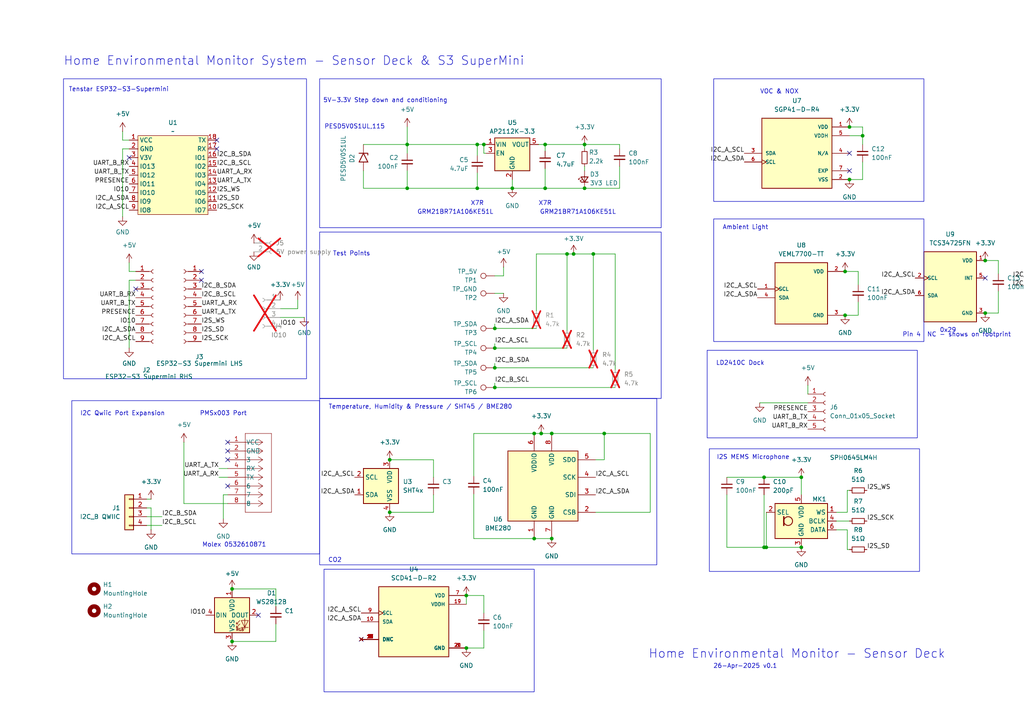
<source format=kicad_sch>
(kicad_sch (version 20250114) (generator "eeschema") (generator_version "9.0")
  (paper "A4")
  (rectangle (start 205.74 130.175) (end 266.7 165.735))
  (rectangle (start 92.71 22.86) (end 191.77 66.04))
  (rectangle (start 207.01 22.86) (end 267.97 58.42))
  (rectangle (start 92.71 115.57) (end 190.5 163.83))
  (rectangle (start 20.828 116.205) (end 92.71 160.655))
  (rectangle (start 18.415 22.86) (end 88.9 109.855))
  (rectangle (start 207.01 63.5) (end 267.97 99.06))
  (rectangle (start 93.98 165.1) (end 154.94 200.66))
  (rectangle (start 92.71 67.31) (end 191.77 115.57))
  (rectangle (start 205.105 101.6) (end 266.065 127))
  (text "Home Environmental Monitor System - Sensor Deck & S3 SuperMini" (at 18.415 17.78 0) (effects (font (size 2.54 2.54)) (justify left)))
  (text "LD2410C Dock" (at 207.645 105.41 0) (effects (font (size 1.27 1.27)) (justify left)))
  (text "Pin 4  NC - shows on footprint" (at 277.495 97.155 0) (effects (font (size 1.27 1.27))))
  (text "5V-3.3V Step down and conditioning" (at 111.76 29.21 0) (effects (font (size 1.27 1.27))))
  (text "PMSx003 Port" (at 64.77 120.015 0) (effects (font (size 1.27 1.27))))
  (text "Tenstar ESP32-S3-Supermini " (at 34.925 26.035 0) (effects (font (size 1.27 1.27))))
  (text "VOC & NOX" (at 226.06 26.67 0) (effects (font (size 1.27 1.27))))
  (text "Test Points" (at 96.52 73.66 0) (effects (font (size 1.27 1.27)) (justify left)))
  (text "GRM21BR71A106KE51L\n" (at 132.08 61.595 0) (effects (font (size 1.27 1.27))))
  (text "PESD5V0S1UL,115\n" (at 102.87 36.83 0) (effects (font (size 1.27 1.27))))
  (text "Ambient Light" (at 209.55 66.04 0) (effects (font (size 1.27 1.27)) (justify left)))
  (text "26-Apr-2025 v0.1" (at 216.154 193.294 0) (effects (font (size 1.27 1.27))))
  (text "I2C Qwiic Port Expansion" (at 35.56 120.015 0) (effects (font (size 1.27 1.27))))
  (text "X7R\n" (at 158.115 59.055 0) (effects (font (size 1.27 1.27))))
  (text "0x29" (at 274.955 95.885 0) (effects (font (size 1.27 1.27))))
  (text "Home Environmental Monitor - Sensor Deck" (at 231.14 189.738 0) (effects (font (size 2.54 2.54))))
  (text "Molex 0532610871" (at 67.945 158.115 0) (effects (font (size 1.27 1.27))))
  (text "CO2" (at 97.155 162.56 0) (effects (font (size 1.27 1.27))))
  (text "X7R\n" (at 138.43 59.055 0) (effects (font (size 1.27 1.27))))
  (text "I2S MEMS Microphone" (at 218.44 132.715 0) (effects (font (size 1.27 1.27))))
  (text "Temperature, Humidity & Pressure / SHT45 / BME280" (at 95.25 118.11 0) (effects (font (size 1.27 1.27)) (justify left)))
  (text "GRM21BR71A106KE51L\n" (at 167.64 61.595 0) (effects (font (size 1.27 1.27))))
  (junction (at 143.51 95.25))
  (junction (at 221.615 138.43))
  (junction (at 143.51 112.395))
  (junction (at 148.59 54.61))
  (junction (at 221.615 158.75))
  (junction (at 245.11 78.74))
  (junction (at 169.545 41.91))
  (junction (at 154.94 156.21))
  (junction (at 175.26 125.73))
  (junction (at 246.38 36.83))
  (junction (at 169.545 54.61))
  (junction (at 143.51 100.965))
  (junction (at 160.02 125.73))
  (junction (at 138.43 41.91))
  (junction (at 285.75 75.565))
  (junction (at 245.11 91.44))
  (junction (at 67.31 170.815))
  (junction (at 143.51 106.68))
  (junction (at 113.03 133.35))
  (junction (at 135.255 172.72))
  (junction (at 166.37 73.66))
  (junction (at 172.085 73.66))
  (junction (at 118.11 41.91))
  (junction (at 154.94 125.73))
  (junction (at 140.335 41.91))
  (junction (at 138.43 54.61))
  (junction (at 158.115 41.91))
  (junction (at 67.31 186.055))
  (junction (at 158.115 54.61))
  (junction (at 156.972 125.73))
  (junction (at 118.11 54.61))
  (junction (at 113.03 148.59))
  (junction (at 250.19 39.37))
  (junction (at 135.255 187.96))
  (junction (at 232.41 138.43))
  (junction (at 164.465 73.66))
  (junction (at 232.41 158.75))
  (junction (at 160.02 156.21))
  (junction (at 246.38 52.07))
  (junction (at 222.25 158.75))
  (junction (at 285.75 90.805))
  (no_connect (at 37.465 45.72))
  (no_connect (at 39.37 83.82))
  (no_connect (at 62.865 40.64))
  (no_connect (at 66.04 130.81))
  (no_connect (at 62.865 43.18))
  (no_connect (at 285.75 80.645))
  (no_connect (at 246.38 44.45))
  (no_connect (at 74.93 178.435))
  (no_connect (at 246.38 49.53))
  (no_connect (at 58.42 81.28))
  (no_connect (at 58.42 78.74))
  (no_connect (at 66.04 133.35))
  (no_connect (at 66.04 128.27))
  (no_connect (at 66.04 140.97))
  (no_connect (at 104.775 185.42))
  (wire (pts (xy 140.335 41.91) (xy 140.97 41.91)))
  (wire (pts (xy 158.115 41.91) (xy 158.115 43.815)))
  (wire (pts (xy 53.34 146.05) (xy 66.04 146.05)))
  (wire (pts (xy 289.56 90.805) (xy 285.75 90.805)))
  (wire (pts (xy 188.595 125.73) (xy 188.595 148.59)))
  (wire (pts (xy 169.545 41.91) (xy 169.545 43.18)))
  (wire (pts (xy 42.545 152.4) (xy 46.99 152.4)))
  (wire (pts (xy 221.615 143.51) (xy 221.615 158.75)))
  (wire (pts (xy 140.335 187.96) (xy 135.255 187.96)))
  (wire (pts (xy 138.43 50.165) (xy 138.43 54.61)))
  (wire (pts (xy 175.26 125.73) (xy 188.595 125.73)))
  (wire (pts (xy 248.92 91.44) (xy 245.11 91.44)))
  (wire (pts (xy 118.11 41.91) (xy 138.43 41.91)))
  (wire (pts (xy 135.255 172.466) (xy 135.255 172.72)))
  (wire (pts (xy 178.435 73.66) (xy 172.085 73.66)))
  (wire (pts (xy 143.51 105.41) (xy 143.51 106.68)))
  (wire (pts (xy 242.57 148.59) (xy 245.745 148.59)))
  (wire (pts (xy 164.465 73.66) (xy 166.37 73.66)))
  (wire (pts (xy 37.465 78.74) (xy 39.37 78.74)))
  (wire (pts (xy 140.335 182.88) (xy 140.335 187.96)))
  (wire (pts (xy 42.545 149.86) (xy 46.99 149.86)))
  (wire (pts (xy 242.57 153.67) (xy 245.745 153.67)))
  (wire (pts (xy 137.414 156.21) (xy 154.94 156.21)))
  (wire (pts (xy 35.56 38.1) (xy 35.56 40.64)))
  (wire (pts (xy 143.51 99.695) (xy 143.51 100.965)))
  (wire (pts (xy 221.615 138.43) (xy 232.41 138.43)))
  (wire (pts (xy 64.77 143.51) (xy 64.77 150.495)))
  (wire (pts (xy 43.815 147.32) (xy 43.815 153.67)))
  (wire (pts (xy 140.97 44.45) (xy 140.335 44.45)))
  (wire (pts (xy 138.43 54.61) (xy 148.59 54.61)))
  (wire (pts (xy 53.34 128.27) (xy 53.34 146.05)))
  (wire (pts (xy 146.05 80.01) (xy 146.05 77.47)))
  (wire (pts (xy 118.11 49.53) (xy 118.11 54.61)))
  (wire (pts (xy 250.19 36.83) (xy 250.19 39.37)))
  (wire (pts (xy 143.51 112.395) (xy 178.435 112.395)))
  (wire (pts (xy 148.59 54.61) (xy 158.115 54.61)))
  (wire (pts (xy 250.19 46.99) (xy 250.19 52.07)))
  (wire (pts (xy 37.465 81.28) (xy 39.37 81.28)))
  (wire (pts (xy 245.745 142.24) (xy 246.38 142.24)))
  (wire (pts (xy 80.01 180.975) (xy 80.01 186.055)))
  (wire (pts (xy 248.92 78.74) (xy 248.92 82.55)))
  (wire (pts (xy 81.28 92.075) (xy 88.265 92.075)))
  (wire (pts (xy 164.465 95.885) (xy 164.465 73.66)))
  (wire (pts (xy 172.72 133.35) (xy 175.26 133.35)))
  (wire (pts (xy 118.11 54.61) (xy 138.43 54.61)))
  (wire (pts (xy 179.705 48.26) (xy 179.705 54.61)))
  (wire (pts (xy 118.11 41.91) (xy 118.11 44.45)))
  (wire (pts (xy 135.255 172.72) (xy 135.255 175.26)))
  (wire (pts (xy 105.41 41.91) (xy 118.11 41.91)))
  (wire (pts (xy 289.56 84.455) (xy 289.56 90.805)))
  (wire (pts (xy 143.51 106.68) (xy 172.085 106.68)))
  (wire (pts (xy 245.745 148.59) (xy 245.745 142.24)))
  (wire (pts (xy 172.085 73.66) (xy 166.37 73.66)))
  (wire (pts (xy 43.815 147.32) (xy 42.545 147.32)))
  (wire (pts (xy 210.82 143.51) (xy 210.82 158.75)))
  (wire (pts (xy 35.56 43.18) (xy 37.465 43.18)))
  (wire (pts (xy 158.115 41.91) (xy 169.545 41.91)))
  (wire (pts (xy 285.75 75.565) (xy 289.56 75.565)))
  (wire (pts (xy 105.41 49.53) (xy 105.41 54.61)))
  (wire (pts (xy 221.615 158.75) (xy 222.25 158.75)))
  (wire (pts (xy 158.115 54.61) (xy 158.115 48.895)))
  (wire (pts (xy 222.25 158.75) (xy 232.41 158.75)))
  (wire (pts (xy 245.11 78.74) (xy 248.92 78.74)))
  (wire (pts (xy 137.414 125.73) (xy 154.94 125.73)))
  (wire (pts (xy 178.435 107.315) (xy 178.435 73.66)))
  (wire (pts (xy 140.335 44.45) (xy 140.335 41.91)))
  (wire (pts (xy 137.414 143.256) (xy 137.414 156.21)))
  (wire (pts (xy 210.82 138.43) (xy 221.615 138.43)))
  (wire (pts (xy 86.36 86.995) (xy 86.36 89.535)))
  (wire (pts (xy 118.11 36.83) (xy 118.11 41.91)))
  (wire (pts (xy 105.41 54.61) (xy 118.11 54.61)))
  (wire (pts (xy 245.745 159.385) (xy 246.38 159.385)))
  (wire (pts (xy 169.545 41.91) (xy 179.705 41.91)))
  (wire (pts (xy 245.745 153.67) (xy 245.745 159.385)))
  (wire (pts (xy 234.315 111.76) (xy 234.315 114.3)))
  (wire (pts (xy 155.575 90.17) (xy 155.575 73.66)))
  (wire (pts (xy 169.545 48.26) (xy 169.545 49.53)))
  (wire (pts (xy 210.82 158.75) (xy 221.615 158.75)))
  (wire (pts (xy 169.545 54.61) (xy 179.705 54.61)))
  (wire (pts (xy 35.56 40.64) (xy 37.465 40.64)))
  (wire (pts (xy 67.31 170.815) (xy 80.01 170.815)))
  (wire (pts (xy 250.19 52.07) (xy 246.38 52.07)))
  (wire (pts (xy 138.43 41.91) (xy 140.335 41.91)))
  (wire (pts (xy 63.5 135.89) (xy 66.04 135.89)))
  (wire (pts (xy 222.25 148.59) (xy 222.25 158.75)))
  (wire (pts (xy 156.972 125.73) (xy 160.02 125.73)))
  (wire (pts (xy 248.92 87.63) (xy 248.92 91.44)))
  (wire (pts (xy 63.5 138.43) (xy 66.04 138.43)))
  (wire (pts (xy 179.705 41.91) (xy 179.705 43.18)))
  (wire (pts (xy 148.59 52.07) (xy 148.59 54.61)))
  (wire (pts (xy 232.41 138.43) (xy 232.41 143.51)))
  (wire (pts (xy 158.115 54.61) (xy 169.545 54.61)))
  (wire (pts (xy 143.51 80.01) (xy 146.05 80.01)))
  (wire (pts (xy 172.72 148.59) (xy 188.595 148.59)))
  (wire (pts (xy 250.19 39.37) (xy 246.38 39.37)))
  (wire (pts (xy 135.255 172.72) (xy 140.335 172.72)))
  (wire (pts (xy 220.345 116.84) (xy 234.315 116.84)))
  (wire (pts (xy 289.56 75.565) (xy 289.56 79.375)))
  (wire (pts (xy 175.26 133.35) (xy 175.26 125.73)))
  (wire (pts (xy 143.51 95.25) (xy 155.575 95.25)))
  (wire (pts (xy 155.575 73.66) (xy 164.465 73.66)))
  (wire (pts (xy 138.43 41.91) (xy 138.43 45.085)))
  (wire (pts (xy 154.94 156.21) (xy 160.02 156.21)))
  (wire (pts (xy 64.77 143.51) (xy 66.04 143.51)))
  (wire (pts (xy 125.73 148.59) (xy 113.03 148.59)))
  (wire (pts (xy 37.465 76.2) (xy 37.465 78.74)))
  (wire (pts (xy 140.335 172.72) (xy 140.335 177.8)))
  (wire (pts (xy 250.19 39.37) (xy 250.19 41.91)))
  (wire (pts (xy 80.01 170.815) (xy 80.01 175.895)))
  (wire (pts (xy 143.51 85.09) (xy 146.05 85.09)))
  (wire (pts (xy 242.57 151.13) (xy 246.38 151.13)))
  (wire (pts (xy 172.085 73.66) (xy 172.085 101.6)))
  (wire (pts (xy 246.38 36.83) (xy 250.19 36.83)))
  (wire (pts (xy 113.03 133.35) (xy 125.73 133.35)))
  (wire (pts (xy 35.56 62.865) (xy 35.56 43.18)))
  (wire (pts (xy 160.02 125.73) (xy 175.26 125.73)))
  (wire (pts (xy 125.73 143.51) (xy 125.73 148.59)))
  (wire (pts (xy 143.51 111.125) (xy 143.51 112.395)))
  (wire (pts (xy 156.21 41.91) (xy 158.115 41.91)))
  (wire (pts (xy 42.545 144.78) (xy 43.815 144.78)))
  (wire (pts (xy 86.36 89.535) (xy 81.28 89.535)))
  (wire (pts (xy 143.51 100.965) (xy 164.465 100.965)))
  (wire (pts (xy 137.414 138.176) (xy 137.414 125.73)))
  (wire (pts (xy 143.51 93.98) (xy 143.51 95.25)))
  (wire (pts (xy 125.73 133.35) (xy 125.73 138.43)))
  (wire (pts (xy 80.01 186.055) (xy 67.31 186.055)))
  (wire (pts (xy 37.465 100.965) (xy 37.465 81.28)))
  (wire (pts (xy 154.94 125.73) (xy 156.972 125.73)))
  (label "UART_B_RX" (at 39.37 86.36 180))
  (label "IO10" (at 81.28 94.615 0))
  (label "I2C_A_SCL" (at 143.51 99.695 0))
  (label "I2C_B_SDA" (at 58.42 83.82 0))
  (label "I2C_A_SDA" (at 219.71 86.36 180))
  (label "I2C_A_SCL" (at 265.43 80.645 180))
  (label "I2C_B_SCL" (at 62.865 48.26 0))
  (label "I2C_A_SCL" (at 104.775 177.8 180))
  (label "IO10" (at 39.37 93.98 180))
  (label "UART_B_TX" (at 234.315 121.92 180))
  (label "I2S_SD" (at 251.46 159.385 0))
  (label "I2C_B_SCL" (at 143.51 111.125 0))
  (label "I2S_WS" (at 251.46 142.24 0))
  (label "I2C_A_SCL" (at 102.87 138.43 180))
  (label "I2C_A_SDA" (at 265.43 85.725 180))
  (label "I2C_A_SCL" (at 219.71 83.82 180))
  (label "I2C_B_SCL" (at 58.42 86.36 0))
  (label "I2C_A_SDA" (at 303.53 83.185 180))
  (label "UART_A_RX" (at 62.865 50.8 0))
  (label "PRESENCE" (at 37.465 53.34 180))
  (label "I2C_A_SCL" (at 172.72 138.43 0))
  (label "UART_A_TX" (at 63.5 135.89 180))
  (label "I2C_A_SDA" (at 215.9 46.99 180))
  (label "I2C_A_SCL" (at 39.37 99.06 180))
  (label "I2S_SCK " (at 58.42 99.06 0))
  (label "I2C_A_SCL" (at 215.9 44.45 180))
  (label "UART_B_TX" (at 39.37 88.9 180))
  (label "PRESENCE" (at 39.37 91.44 180))
  (label "UART_B_RX" (at 37.465 48.26 180))
  (label "UART_A_TX" (at 62.865 53.34 0))
  (label "I2C_A_SDA" (at 172.72 143.51 0))
  (label "UART_A_TX" (at 58.42 91.44 0))
  (label "I2C_B_SCL" (at 46.99 152.4 0))
  (label "IO10" (at 59.69 178.435 180))
  (label "I2C_A_SDA" (at 37.465 58.42 180))
  (label "I2S_WS" (at 58.42 93.98 0))
  (label "I2C_B_SDA" (at 46.99 149.86 0))
  (label "UART_B_RX" (at 234.315 124.46 180))
  (label "I2C_A_SDA" (at 39.37 96.52 180))
  (label "I2C_A_SCL" (at 303.53 80.645 180))
  (label "UART_A_RX" (at 58.42 88.9 0))
  (label "I2C_B_SDA" (at 62.865 45.72 0))
  (label "I2C_A_SDA" (at 104.775 180.34 180))
  (label "IO10" (at 37.465 55.88 180))
  (label "I2S_SD" (at 58.42 96.52 0))
  (label "I2S_WS" (at 62.865 55.88 0))
  (label "I2S_SCK " (at 251.46 151.13 0))
  (label "I2S_SCK " (at 62.865 60.96 0))
  (label "I2C_A_SCL" (at 37.465 60.96 180))
  (label "I2C_B_SDA" (at 143.51 105.41 0))
  (label "PRESENCE" (at 234.315 119.38 180))
  (label "UART_B_TX" (at 37.465 50.8 180))
  (label "I2C_A_SDA" (at 143.51 93.98 0))
  (label "UART_A_RX" (at 63.5 138.43 180))
  (label "I2C_A_SDA" (at 102.87 143.51 180))
  (label "I2S_SD" (at 62.865 58.42 0))
  (symbol (lib_id "Device:C_Small") (at 210.82 140.97 0) (unit 1)
    (property "Reference" "C9" (at 213.36 139.7062 0) (effects (justify left)))
    (property "Value" "100nF" (at 213.36 142.2462 0) (effects (justify left)))
    (property "Footprint" "Capacitor_SMD:C_0603_1608Metric" (effects (hide yes)))
    (property "Description" "Unpolarized capacitor, small symbol" (effects (hide yes)))
  )
  (symbol (lib_id "power:GND") (at 88.265 92.075 0) (unit 1)
    (property "Reference" "#PWR015" (effects (hide yes)))
    (property "Value" "GND" (at 88.265 96.52 0))
    (property "Description" "Power symbol creates a global label with name \"GND\" , ground" (effects (hide yes)))
  )
  (symbol (lib_id "Connector:TestPoint") (at 143.51 85.09 90) (unit 1)
    (property "Reference" "TP2" (at 138.43 86.3601 90) (effects (justify left)))
    (property "Value" "TP_GND" (at 138.43 83.8201 90) (effects (justify left)))
    (property "Footprint" "TestPoint:TestPoint_Pad_1.0x1.0mm" (effects (hide yes)))
    (property "Description" "test point" (effects (hide yes)))
  )
  (symbol (lib_id "Connector_Generic:Conn_01x04") (at 37.465 147.32 0) (mirror y) (unit 1)
    (property "Reference" "J1" (at 34.925 147.3199 0) (effects (justify left)))
    (property "Value" "I2C_B QWIIC" (at 34.925 149.8599 0) (effects (justify left)))
    (property "Footprint" "Connector_JST:JST_SH_SM04B-SRSS-TB_1x04-1MP_P1.00mm_Horizontal" (effects (hide yes)))
    (property "Description" "Generic connector, single row, 01x04, script generated (kicad-library-utils/schlib/autogen/connector/)" (effects (hide yes)))
  )
  (symbol (lib_id "power:GND") (at 64.77 150.495 0) (mirror y) (unit 1)
    (property "Reference" "#PWR07" (effects (hide yes)))
    (property "Value" "GND" (at 64.77 155.575 0))
    (property "Description" "Power symbol creates a global label with name \"GND\" , ground" (effects (hide yes)))
  )
  (symbol (lib_id "power:GND") (at 43.815 153.67 0) (mirror y) (unit 1)
    (property "Reference" "#PWR06" (effects (hide yes)))
    (property "Value" "GND" (at 43.815 158.75 0))
    (property "Description" "Power symbol creates a global label with name \"GND\" , ground" (effects (hide yes)))
  )
  (symbol (lib_id "Device:R_Small") (at 164.465 98.425 0) (unit 1) (dnp yes)
    (property "Reference" "R2" (at 167.005 97.1549 0) (effects (justify left)))
    (property "Value" "4.7k" (at 167.005 99.6949 0) (effects (justify left)))
    (property "Footprint" "Resistor_SMD:R_0603_1608Metric" (effects (hide yes)))
    (property "Description" "Resistor, small symbol" (effects (hide yes)))
  )
  (symbol (lib_id "power:GND") (at 148.59 54.61 0) (unit 1)
    (property "Reference" "#PWR023" (effects (hide yes)))
    (property "Value" "GND" (at 148.59 59.69 0))
    (property "Description" "Power symbol creates a global label with name \"GND\" , ground" (effects (hide yes)))
  )
  (symbol (lib_id "Device:C_Small") (at 289.56 81.915 0) (unit 1)
    (property "Reference" "C13" (at 292.1 80.6512 0) (effects (justify left)))
    (property "Value" "100nF" (at 292.1 83.1912 0) (effects (justify left)))
    (property "Footprint" "Capacitor_SMD:C_0603_1608Metric" (effects (hide yes)))
    (property "Description" "Unpolarized capacitor, small symbol" (effects (hide yes)))
  )
  (symbol (lib_id "power:GND") (at 160.02 156.21 0) (unit 1)
    (property "Reference" "#PWR025" (effects (hide yes)))
    (property "Value" "GND" (at 160.02 161.29 0))
    (property "Description" "Power symbol creates a global label with name \"GND\" , ground" (effects (hide yes)))
  )
  (symbol (lib_id "Device:C_Small") (at 80.01 178.435 0) (unit 1)
    (property "Reference" "C1" (at 82.55 177.1712 0) (effects (justify left)))
    (property "Value" "100nF" (effects (hide yes)))
    (property "Footprint" "Capacitor_SMD:C_0603_1608Metric" (effects (hide yes)))
    (property "Description" "Unpolarized capacitor, small symbol" (effects (hide yes)))
  )
  (symbol (lib_id "power:+3.3V") (at 81.28 86.995 0) (unit 1)
    (property "Reference" "#PWR013" (effects (hide yes)))
    (property "Value" "+3.3V" (at 81.28 82.55 0))
    (property "Description" "Power symbol creates a global label with name \"+3.3V\"" (effects (hide yes)))
  )
  (symbol (lib_id "power:+5V") (at 53.34 128.27 0) (unit 1)
    (property "Reference" "#PWR08" (effects (hide yes)))
    (property "Value" "+5V" (at 53.34 123.19 0))
    (property "Description" "Power symbol creates a global label with name \"+5V\"" (effects (hide yes)))
  )
  (symbol (lib_id "Connector:Conn_01x02_Socket") (at 78.74 70.485 0) (unit 1) (dnp yes)
    (property "Reference" "J5" (at 80.01 70.4849 0) (effects (justify left)))
    (property "Value" "5V power supply" (at 80.01 73.0249 0) (effects (justify left)))
    (property "Footprint" "Connector_PinHeader_2.54mm:PinHeader_1x02_P2.54mm_Vertical" (effects (hide yes)))
    (property "Description" "Generic connector, single row, 01x02, script generated" (effects (hide yes)))
  )
  (symbol (lib_id "Custom_ESP32:532610871") (at 66.04 128.27 0) (unit 1)
    (property "Reference" "U2" (effects (hide yes)))
    (property "Value" "0532610871" (effects (hide yes)))
    (property "Footprint" "Custom_Modules:CONN_532610001-SD_08_MOL" (effects (hide yes)))
    (property "Datasheet" "532610871" (effects (hide yes)))
  )
  (symbol (lib_id "power:+3.3V") (at 245.11 78.74 0) (unit 1)
    (property "Reference" "#PWR032" (effects (hide yes)))
    (property "Value" "+3.3V" (at 245.11 73.66 0))
    (property "Description" "Power symbol creates a global label with name \"+3.3V\"" (effects (hide yes)))
  )
  (symbol (lib_id "power:GND") (at 232.41 158.75 0) (unit 1)
    (property "Reference" "#PWR030" (effects (hide yes)))
    (property "Value" "GND" (at 232.41 163.83 0))
    (property "Description" "Power symbol creates a global label with name \"GND\" , ground" (effects (hide yes)))
  )
  (symbol (lib_id "Connector:TestPoint") (at 143.51 80.01 90) (unit 1)
    (property "Reference" "TP1" (at 138.43 81.2801 90) (effects (justify left)))
    (property "Value" "TP_5V" (at 138.43 78.7401 90) (effects (justify left)))
    (property "Footprint" "TestPoint:TestPoint_Pad_1.0x1.0mm" (effects (hide yes)))
    (property "Description" "test point" (effects (hide yes)))
  )
  (symbol (lib_id "Custom_ESP32:Tenstar-ESP32-S3-Supermini") (at 50.165 50.8 0) (unit 1) (on_board no)
    (property "Reference" "U1" (at 50.165 35.56 0))
    (property "Value" "~" (at 50.165 38.1 0))
    (property "Footprint" "Custom_Modules:Tenstar-ESP32-S3-SuperMini" (effects (hide yes)))
  )
  (symbol (lib_id "Connector:TestPoint") (at 143.51 112.395 90) (unit 1)
    (property "Reference" "TP6" (at 138.43 113.6651 90) (effects (justify left)))
    (property "Value" "TP_SCL" (at 138.43 111.1251 90) (effects (justify left)))
    (property "Footprint" "TestPoint:TestPoint_Pad_1.0x1.0mm" (effects (hide yes)))
    (property "Description" "test point" (effects (hide yes)))
  )
  (symbol (lib_id "Device:C_Small") (at 248.92 85.09 0) (unit 1)
    (property "Reference" "C11" (at 251.46 83.8262 0) (effects (justify left)))
    (property "Value" "100nF" (at 251.46 86.3662 0) (effects (justify left)))
    (property "Footprint" "Capacitor_SMD:C_0603_1608Metric" (effects (hide yes)))
    (property "Description" "Unpolarized capacitor, small symbol" (effects (hide yes)))
  )
  (symbol (lib_id "power:+3.3V") (at 169.545 41.91 0) (unit 1)
    (property "Reference" "#PWR027" (effects (hide yes)))
    (property "Value" "+3.3V" (at 169.545 36.83 0))
    (property "Description" "Power symbol creates a global label with name \"+3.3V\"" (effects (hide yes)))
  )
  (symbol (lib_id "Device:R_Small") (at 248.92 151.13 90) (unit 1)
    (property "Reference" "R7" (at 248.92 145.415 90))
    (property "Value" "51Ω" (at 248.92 147.955 90))
    (property "Footprint" "Resistor_SMD:R_0603_1608Metric" (effects (hide yes)))
    (property "Description" "Resistor, small symbol" (effects (hide yes)))
  )
  (symbol (lib_id "power:GND") (at 285.75 90.805 0) (unit 1)
    (property "Reference" "#PWR037" (effects (hide yes)))
    (property "Value" "GND" (at 285.75 95.885 0))
    (property "Description" "Power symbol creates a global label with name \"GND\" , ground" (effects (hide yes)))
  )
  (symbol (lib_id "Device:C_Small") (at 140.335 180.34 0) (unit 1)
    (property "Reference" "C6" (at 142.875 179.0762 0) (effects (justify left)))
    (property "Value" "100nF" (at 142.875 181.6162 0) (effects (justify left)))
    (property "Footprint" "Capacitor_SMD:C_0603_1608Metric" (effects (hide yes)))
    (property "Description" "Unpolarized capacitor, small symbol" (effects (hide yes)))
  )
  (symbol (lib_id "power:+3.3V") (at 246.38 36.83 0) (unit 1)
    (property "Reference" "#PWR034" (effects (hide yes)))
    (property "Value" "+3.3V" (at 246.38 31.75 0))
    (property "Description" "Power symbol creates a global label with name \"+3.3V\"" (effects (hide yes)))
  )
  (symbol (lib_id "power:+5V") (at 35.56 38.1 0) (unit 1)
    (property "Reference" "#PWR01" (effects (hide yes)))
    (property "Value" "+5V" (at 35.56 33.02 0))
    (property "Description" "Power symbol creates a global label with name \"+5V\"" (effects (hide yes)))
  )
  (symbol (lib_id "power:+3.3V") (at 232.41 138.43 0) (unit 1)
    (property "Reference" "#PWR029" (effects (hide yes)))
    (property "Value" "+3.3V" (at 232.41 133.35 0))
    (property "Description" "Power symbol creates a global label with name \"+3.3V\"" (effects (hide yes)))
  )
  (symbol (lib_id "power:+5V") (at 37.465 76.2 0) (unit 1)
    (property "Reference" "#PWR03" (effects (hide yes)))
    (property "Value" "+5V" (at 37.465 71.12 0))
    (property "Description" "Power symbol creates a global label with name \"+5V\"" (effects (hide yes)))
  )
  (symbol (lib_id "power:GND") (at 113.03 148.59 0) (unit 1)
    (property "Reference" "#PWR017" (effects (hide yes)))
    (property "Value" "GND" (at 113.03 153.67 0))
    (property "Description" "Power symbol creates a global label with name \"GND\" , ground" (effects (hide yes)))
  )
  (symbol (lib_id "power:+5V") (at 73.66 70.485 0) (unit 1)
    (property "Reference" "#PWR011" (effects (hide yes)))
    (property "Value" "+5V" (at 73.66 65.405 0))
    (property "Description" "Power symbol creates a global label with name \"+5V\"" (effects (hide yes)))
  )
  (symbol (lib_id "power:GND") (at 67.31 186.055 0) (unit 1)
    (property "Reference" "#PWR010" (effects (hide yes)))
    (property "Value" "GND" (at 67.31 191.135 0))
    (property "Description" "Power symbol creates a global label with name \"GND\" , ground" (effects (hide yes)))
  )
  (symbol (lib_id "Device:R_Small") (at 155.575 92.71 0) (unit 1) (dnp yes)
    (property "Reference" "R1" (at 158.115 91.4399 0) (effects (justify left)))
    (property "Value" "4.7k" (at 158.115 93.9799 0) (effects (justify left)))
    (property "Footprint" "Resistor_SMD:R_0603_1608Metric" (effects (hide yes)))
    (property "Description" "Resistor, small symbol" (effects (hide yes)))
  )
  (symbol (lib_id "Connector:Conn_01x04_Socket") (at 76.2 89.535 0) (mirror y) (unit 1) (dnp yes)
    (property "Reference" "J4" (at 81.915 94.615 0) (effects (justify left)))
    (property "Value" "IO10" (at 83.185 97.155 0) (effects (justify left)))
    (property "Footprint" "Connector_PinHeader_2.54mm:PinHeader_1x04_P2.54mm_Vertical" (effects (hide yes)))
    (property "Description" "Generic connector, single row, 01x04, script generated" (effects (hide yes)))
  )
  (symbol (lib_id "power:GND") (at 135.255 187.96 0) (unit 1)
    (property "Reference" "#PWR020" (effects (hide yes)))
    (property "Value" "GND" (at 135.255 193.04 0))
    (property "Description" "Power symbol creates a global label with name \"GND\" , ground" (effects (hide yes)))
  )
  (symbol (lib_id "VEML7700-TT:VEML7700-TT") (at 232.41 86.36 0) (unit 1)
    (property "Reference" "U8" (at 232.41 71.12 0))
    (property "Value" "VEML7700-TT" (at 232.41 73.66 0))
    (property "Footprint" "Custom_Modules:XDCR_VEML7700-TT" (effects (hide yes)))
    (property "DigiKey_Part_Number" "751-VEML7700-TTTR-ND" (effects (hide yes)))
    (property "SnapEDA_Link" "https://www.snapeda.com/parts/VEML7700-TT/Vishay/view-part/?ref=snap" (effects (hide yes)))
    (property "MAXIMUM_PACKAGE_HEIGHT" "2.35 mm" (effects (hide yes)))
    (property "Package" "SMD-4 Vishay Semiconductor" (effects (hide yes)))
    (property "Check_prices" "https://www.snapeda.com/parts/VEML7700-TT/Vishay/view-part/?ref=eda" (effects (hide yes)))
    (property "STANDARD" "Manufacturer Recommendations" (effects (hide yes)))
    (property "PARTREV" "1.6" (effects (hide yes)))
    (property "MF" "Vishay Semiconductor" (effects (hide yes)))
    (property "MP" "VEML7700-TT" (effects (hide yes)))
    (property "Description_1" "Optical Sensor Ambient - I²C 4-SMD, J-Lead" (effects (hide yes)))
    (property "MANUFACTURER" "Vishay" (effects (hide yes)))
    (property "SNAPEDA_PN" "VEML7700-TT" (effects (hide yes)))
  )
  (symbol (lib_id "Connector:Conn_01x05_Socket") (at 239.395 119.38 0) (unit 1)
    (property "Reference" "J6" (at 240.665 118.1099 0) (effects (justify left)))
    (property "Value" "Conn_01x05_Socket" (at 240.665 120.6499 0) (effects (justify left)))
    (property "Footprint" "Connector_PinSocket_2.54mm:PinSocket_1x05_P2.54mm_Vertical" (effects (hide yes)))
    (property "Description" "Generic connector, single row, 01x05, script generated" (effects (hide yes)))
  )
  (symbol (lib_id "Mechanical:MountingHole") (at 27.305 170.815 0) (unit 1) (exclude_from_sim yes) (in_bom no)
    (property "Reference" "H1" (at 29.845 169.5449 0) (effects (justify left)))
    (property "Value" "MountingHole" (at 29.845 172.0849 0) (effects (justify left)))
    (property "Footprint" "MountingHole:MountingHole_2.2mm_M2" (effects (hide yes)))
    (property "Description" "Mounting Hole without connection" (effects (hide yes)))
  )
  (symbol (lib_id "power:+3.3V") (at 135.255 172.72 0) (unit 1)
    (property "Reference" "#PWR019" (effects (hide yes)))
    (property "Value" "+3.3V" (at 135.255 167.64 0))
    (property "Description" "Power symbol creates a global label with name \"+3.3V\"" (effects (hide yes)))
  )
  (symbol (lib_id "Sensor_Audio:SPH0645LM4H") (at 232.41 151.13 0) (unit 1)
    (property "Reference" "MK1" (at 235.585 144.78 0) (effects (justify left)))
    (property "Value" "SPH0645LM4H" (at 240.665 132.715 0) (effects (justify left)))
    (property "Footprint" "Sensor_Audio:Knowles_SPH0645LM4H-6_3.5x2.65mm" (effects (hide yes)))
    (property "Datasheet" "https://www.knowles.com/docs/default-source/default-document-library/sph0645lm4h-1-datasheet.pdf" (effects (hide yes)))
    (property "Description" "Knowles MEMS Microphone, 24-bit I2S, 65 dBA SNR, LGA-6" (effects (hide yes)))
  )
  (symbol (lib_id "power:+3.3V") (at 113.03 133.35 0) (unit 1)
    (property "Reference" "#PWR016" (effects (hide yes)))
    (property "Value" "+3.3V" (at 113.03 128.27 0))
    (property "Description" "Power symbol creates a global label with name \"+3.3V\"" (effects (hide yes)))
  )
  (symbol (lib_id "Device:R_Small") (at 178.435 109.855 0) (unit 1) (dnp yes)
    (property "Reference" "R5" (at 180.975 108.5849 0) (effects (justify left)))
    (property "Value" "4.7k" (at 180.975 111.1249 0) (effects (justify left)))
    (property "Footprint" "Resistor_SMD:R_0603_1608Metric" (effects (hide yes)))
    (property "Description" "Resistor, small symbol" (effects (hide yes)))
  )
  (symbol (lib_id "power:+3.3V") (at 43.815 144.78 0) (mirror y) (unit 1)
    (property "Reference" "#PWR05" (effects (hide yes)))
    (property "Value" "+3.3V" (at 43.815 139.7 0))
    (property "Description" "Power symbol creates a global label with name \"+3.3V\"" (effects (hide yes)))
  )
  (symbol (lib_id "power:GND") (at 245.11 91.44 0) (unit 1)
    (property "Reference" "#PWR033" (effects (hide yes)))
    (property "Value" "GND" (at 245.11 96.52 0))
    (property "Description" "Power symbol creates a global label with name \"GND\" , ground" (effects (hide yes)))
  )
  (symbol (lib_id "Regulator_Linear:AP2112K-3.3") (at 148.59 44.45 0) (unit 1)
    (property "Reference" "U5" (at 148.59 35.56 0))
    (property "Value" "AP2112K-3.3" (at 148.59 38.1 0))
    (property "Footprint" "Package_TO_SOT_SMD:SOT-23-5" (effects (hide yes)))
    (property "Datasheet" "https://www.diodes.com/assets/Datasheets/AP2112.pdf" (effects (hide yes)))
    (property "Description" "600mA low dropout linear regulator, with enable pin, 3.8V-6V input voltage range, 3.3V fixed positive output, SOT-23-5" (effects (hide yes)))
  )
  (symbol (lib_id "power:+3.3V") (at 156.972 125.73 0) (unit 1)
    (property "Reference" "#PWR024" (effects (hide yes)))
    (property "Value" "+3.3V" (at 156.972 120.65 0))
    (property "Description" "Power symbol creates a global label with name \"+3.3V\"" (effects (hide yes)))
  )
  (symbol (lib_id "power:GND") (at 35.56 62.865 0) (unit 1)
    (property "Reference" "#PWR02" (effects (hide yes)))
    (property "Value" "GND" (at 35.56 67.31 0))
    (property "Description" "Power symbol creates a global label with name \"GND\" , ground" (effects (hide yes)))
  )
  (symbol (lib_id "Connector:TestPoint") (at 143.51 95.25 90) (unit 1)
    (property "Reference" "TP3" (at 138.43 96.5201 90) (effects (justify left)))
    (property "Value" "TP_SDA" (at 138.43 93.9801 90) (effects (justify left)))
    (property "Footprint" "TestPoint:TestPoint_Pad_1.0x1.0mm" (effects (hide yes)))
    (property "Description" "test point" (effects (hide yes)))
  )
  (symbol (lib_id "power:GND") (at 246.38 52.07 0) (unit 1)
    (property "Reference" "#PWR035" (effects (hide yes)))
    (property "Value" "GND" (at 246.38 57.15 0))
    (property "Description" "Power symbol creates a global label with name \"GND\" , ground" (effects (hide yes)))
  )
  (symbol (lib_id "Device:R_Small") (at 169.545 45.72 0) (unit 1)
    (property "Reference" "R3" (at 170.815 44.196 0) (effects (justify left)))
    (property "Value" "2.2k" (at 170.815 46.736 0) (effects (justify left)))
    (property "Footprint" "Resistor_SMD:R_0603_1608Metric" (effects (hide yes)))
    (property "Description" "Resistor, small symbol" (effects (hide yes)))
  )
  (symbol (lib_id "power:GND") (at 37.465 100.965 0) (unit 1)
    (property "Reference" "#PWR04" (effects (hide yes)))
    (property "Value" "GND" (at 37.465 105.41 0))
    (property "Description" "Power symbol creates a global label with name \"GND\" , ground" (effects (hide yes)))
  )
  (symbol (lib_id "Custom_ESP32:TCS34725FN") (at 275.59 83.185 0) (unit 1)
    (property "Reference" "U9" (at 275.59 67.945 0))
    (property "Value" "TCS34725FN" (at 275.59 70.485 0))
    (property "Footprint" "Custom_Modules:SON65P200X240X70-6N" (effects (hide yes)))
    (property "MF" "ams" (effects (hide yes)))
    (property "Description_1" "Color Sensor 16 b Gain Control, Interrupt, Sleep Mode 6-SMD Module" (effects (hide yes)))
    (property "Package" "SMD-6 ams" (effects (hide yes)))
    (property "Price" "None" (effects (hide yes)))
    (property "Check_prices" "https://www.snapeda.com/parts/TCS34725FN/ams/view-part/?ref=eda" (effects (hide yes)))
    (property "STANDARD" "Manufacturer recommendation" (effects (hide yes)))
    (property "PARTREV" "1-02" (effects (hide yes)))
    (property "SnapEDA_Link" "https://www.snapeda.com/parts/TCS34725FN/ams/view-part/?ref=snap" (effects (hide yes)))
    (property "MP" "TCS34725FN" (effects (hide yes)))
    (property "Availability" "In Stock" (effects (hide yes)))
    (property "MANUFACTURER" "AMS Electronics, Inc." (effects (hide yes)))
  )
  (symbol (lib_id "Connector:TestPoint") (at 143.51 100.965 90) (unit 1)
    (property "Reference" "TP4" (at 138.43 102.2351 90) (effects (justify left)))
    (property "Value" "TP_SCL" (at 138.43 99.6951 90) (effects (justify left)))
    (property "Footprint" "TestPoint:TestPoint_Pad_1.0x1.0mm" (effects (hide yes)))
    (property "Description" "test point" (effects (hide yes)))
  )
  (symbol (lib_id "power:GND") (at 220.345 116.84 0) (unit 1)
    (property "Reference" "#PWR028" (effects (hide yes)))
    (property "Value" "GND" (at 220.345 121.92 0))
    (property "Description" "Power symbol creates a global label with name \"GND\" , ground" (effects (hide yes)))
  )
  (symbol (lib_id "power:+5V") (at 146.05 77.47 0) (unit 1)
    (property "Reference" "#PWR021" (effects (hide yes)))
    (property "Value" "+5V" (at 146.05 73.025 0))
    (property "Description" "Power symbol creates a global label with name \"+5V\"" (effects (hide yes)))
  )
  (symbol (lib_id "power:+5V") (at 118.11 36.83 0) (unit 1)
    (property "Reference" "#PWR018" (effects (hide yes)))
    (property "Value" "+5V" (at 118.11 31.75 0))
    (property "Description" "Power symbol creates a global label with name \"+5V\"" (effects (hide yes)))
  )
  (symbol (lib_id "power:+3.3V") (at 285.75 75.565 0) (unit 1)
    (property "Reference" "#PWR036" (effects (hide yes)))
    (property "Value" "+3.3V" (at 285.75 70.485 0))
    (property "Description" "Power symbol creates a global label with name \"+3.3V\"" (effects (hide yes)))
  )
  (symbol (lib_id "power:+5V") (at 67.31 170.815 0) (unit 1)
    (property "Reference" "#PWR09" (effects (hide yes)))
    (property "Value" "+5V" (at 67.31 166.37 0))
    (property "Description" "Power symbol creates a global label with name \"+5V\"" (effects (hide yes)))
  )
  (symbol (lib_id "Mechanical:MountingHole") (at 27.305 177.165 0) (unit 1) (exclude_from_sim yes) (in_bom no)
    (property "Reference" "H2" (at 29.845 175.8949 0) (effects (justify left)))
    (property "Value" "MountingHole" (at 29.845 178.4349 0) (effects (justify left)))
    (property "Footprint" "MountingHole:MountingHole_2.2mm_M2" (effects (hide yes)))
    (property "Description" "Mounting Hole without connection" (effects (hide yes)))
  )
  (symbol (lib_id "Device:C_Small") (at 118.11 46.99 0) (unit 1)
    (property "Reference" "C2" (at 115.57 45.72 0) (effects (justify right)))
    (property "Value" "100nF" (at 115.57 48.26 0) (effects (justify right)))
    (property "Footprint" "Capacitor_SMD:C_0603_1608Metric" (effects (hide yes)))
    (property "Description" "Unpolarized capacitor, small symbol" (effects (hide yes)))
  )
  (symbol (lib_id "Device:C_Small") (at 250.19 44.45 0) (unit 1)
    (property "Reference" "C12" (at 252.73 43.1862 0) (effects (justify left)))
    (property "Value" "100nF" (at 252.73 45.7262 0) (effects (justify left)))
    (property "Footprint" "Capacitor_SMD:C_0603_1608Metric" (effects (hide yes)))
    (property "Description" "Unpolarized capacitor, small symbol" (effects (hide yes)))
  )
  (symbol (lib_id "Device:C_Small") (at 179.705 45.72 0) (unit 1)
    (property "Reference" "C8" (at 182.245 44.4562 0) (effects (justify left)))
    (property "Value" "100nF" (at 182.245 46.9962 0) (effects (justify left)))
    (property "Footprint" "Capacitor_SMD:C_0603_1608Metric" (effects (hide yes)))
    (property "Description" "Unpolarized capacitor, small symbol" (effects (hide yes)))
  )
  (symbol (lib_id "power:+3.3V") (at 166.37 73.66 0) (unit 1)
    (property "Reference" "#PWR026" (effects (hide yes)))
    (property "Value" "+3.3V" (at 166.37 69.215 0))
    (property "Description" "Power symbol creates a global label with name \"+3.3V\"" (effects (hide yes)))
  )
  (symbol (lib_id "Device:R_Small") (at 248.92 142.24 90) (unit 1)
    (property "Reference" "R6" (at 248.92 136.525 90))
    (property "Value" "51Ω" (at 248.92 139.065 90))
    (property "Footprint" "Resistor_SMD:R_0603_1608Metric" (effects (hide yes)))
    (property "Description" "Resistor, small symbol" (effects (hide yes)))
  )
  (symbol (lib_id "Connector:Conn_01x09_Socket") (at 44.45 88.9 0) (unit 1)
    (property "Reference" "J2" (at 41.275 107.315 0) (effects (justify left)))
    (property "Value" "ESP32-S3 Supermini RHS" (at 30.48 109.22 0) (effects (justify left)))
    (property "Footprint" "Connector_PinSocket_2.54mm:PinSocket_1x09_P2.54mm_Vertical" (effects (hide yes)))
    (property "Description" "Generic connector, single row, 01x09, script generated" (effects (hide yes)))
  )
  (symbol (lib_id "Device:C_Small") (at 138.43 47.625 0) (unit 1)
    (property "Reference" "C5" (at 135.89 46.355 0) (effects (justify right)))
    (property "Value" "4.7uF" (at 135.89 48.895 0) (effects (justify right)))
    (property "Footprint" "Capacitor_SMD:C_0603_1608Metric" (effects (hide yes)))
    (property "Description" "Unpolarized capacitor, small symbol" (effects (hide yes)))
  )
  (symbol (lib_id "SCD41-D-R2:SCD41-D-R2") (at 120.015 180.34 0) (unit 1)
    (property "Reference" "U4" (at 120.015 165.1 0))
    (property "Value" "SCD41-D-R2" (at 120.015 167.64 0))
    (property "Footprint" "Custom_Modules:XDCR_SCD41-D-R2" (effects (hide yes)))
    (property "MF" "Sensirion AG" (effects (hide yes)))
    (property "MAXIMUM_PACKAGE_HEIGHT" "6.8mm" (effects (hide yes)))
    (property "Package" "None" (effects (hide yes)))
    (property "Price" "None" (effects (hide yes)))
    (property "Check_prices" "https://www.snapeda.com/parts/SCD41-D-R2/Sensirion/view-part/?ref=eda" (effects (hide yes)))
    (property "STANDARD" "Manufacturer Recommendations" (effects (hide yes)))
    (property "PARTREV" "1.2" (effects (hide yes)))
    (property "SnapEDA_Link" "https://www.snapeda.com/parts/SCD41-D-R2/Sensirion/view-part/?ref=snap" (effects (hide yes)))
    (property "MP" "SCD41-D-R2" (effects (hide yes)))
    (property "Description_1" "Air Quality Sensor CO2 Sensor 2.5V/3.3V/5V 20-Pin SMD EP" (effects (hide yes)))
    (property "MANUFACTURER" "Sensirion" (effects (hide yes)))
    (property "Availability" "In Stock" (effects (hide yes)))
    (property "SNAPEDA_PN" "SCD41-D-R2" (effects (hide yes)))
  )
  (symbol (lib_id "power:GND") (at 146.05 85.09 0) (unit 1)
    (property "Reference" "#PWR022" (effects (hide yes)))
    (property "Value" "GND" (at 146.05 90.17 0))
    (property "Description" "Power symbol creates a global label with name \"GND\" , ground" (effects (hide yes)))
  )
  (symbol (lib_id "Device:C_Small") (at 158.115 46.355 0) (unit 1)
    (property "Reference" "C7" (at 161.29 45.0912 0) (effects (justify left)))
    (property "Value" "4.7uF" (at 161.29 47.6312 0) (effects (justify left)))
    (property "Footprint" "Capacitor_SMD:C_0603_1608Metric" (effects (hide yes)))
    (property "Description" "Unpolarized capacitor, small symbol" (effects (hide yes)))
  )
  (symbol (lib_id "Sensor_Humidity:SHT4x") (at 110.49 140.97 0) (unit 1)
    (property "Reference" "U3" (at 116.84 139.6999 0) (effects (justify left)))
    (property "Value" "SHT4x" (at 116.84 142.2399 0) (effects (justify left)))
    (property "Footprint" "Sensor_Humidity:Sensirion_DFN-4_1.5x1.5mm_P0.8mm_SHT4x_NoCentralPad" (effects (hide yes)))
    (property "Datasheet" "https://sensirion.com/media/documents/33FD6951/624C4357/Datasheet_SHT4x.pdf" (effects (hide yes)))
    (property "Description" "Digital Humidity and Temperature Sensor, ±1%RH, ±0.1°C, I2C, 1.08-3.6V, 16bit, DFN-4" (effects (hide yes)))
  )
  (symbol (lib_id "Device:R_Small") (at 248.92 159.385 90) (unit 1)
    (property "Reference" "R8" (at 248.92 153.67 90))
    (property "Value" "51Ω" (at 248.92 156.21 90))
    (property "Footprint" "Resistor_SMD:R_0603_1608Metric" (effects (hide yes)))
    (property "Description" "Resistor, small symbol" (effects (hide yes)))
  )
  (symbol (lib_id "Connector:Conn_01x09_Socket") (at 53.34 88.9 0) (mirror y) (unit 1)
    (property "Reference" "J3" (at 59.055 103.505 0) (effects (justify left)))
    (property "Value" "ESP32-S3 Supermini LHS" (at 70.485 105.41 0) (effects (justify left)))
    (property "Footprint" "Connector_PinSocket_2.54mm:PinSocket_1x09_P2.54mm_Vertical" (effects (hide yes)))
    (property "Description" "Generic connector, single row, 01x09, script generated" (effects (hide yes)))
  )
  (symbol (lib_id "Device:C_Small") (at 137.414 140.716 0) (unit 1)
    (property "Reference" "C4" (at 139.954 139.4522 0) (effects (justify left)))
    (property "Value" "100nF" (at 139.954 141.9922 0) (effects (justify left)))
    (property "Footprint" "Capacitor_SMD:C_0603_1608Metric" (effects (hide yes)))
    (property "Description" "Unpolarized capacitor, small symbol" (effects (hide yes)))
  )
  (symbol (lib_id "SGP41-D-R4:SGP41-D-R4") (at 231.14 44.45 0) (unit 1)
    (property "Reference" "U7" (at 231.14 29.21 0))
    (property "Value" "SGP41-D-R4" (at 231.14 31.75 0))
    (property "Footprint" "Custom_Modules:XDCR_SGP41-D-R4" (effects (hide yes)))
    (property "DigiKey_Part_Number" "1649-SGP41-D-R4TR-ND" (effects (hide yes)))
    (property "SnapEDA_Link" "https://www.snapeda.com/parts/SGP41-D-R4/Sensirion/view-part/?ref=snap" (effects (hide yes)))
    (property "MAXIMUM_PACKAGE_HEIGHT" "0.95 mm" (effects (hide yes)))
    (property "Package" "None" (effects (hide yes)))
    (property "Check_prices" "https://www.snapeda.com/parts/SGP41-D-R4/Sensirion/view-part/?ref=eda" (effects (hide yes)))
    (property "STANDARD" "Manufacturer Recommendations" (effects (hide yes)))
    (property "PARTREV" "1.0" (effects (hide yes)))
    (property "MF" "Sensirion" (effects (hide yes)))
    (property "MP" "SGP41-D-R4" (effects (hide yes)))
    (property "Description_1" "Air Quality Sensor VOC and NOx Gas Sensor 3.3V 6-Pin DFN EP" (effects (hide yes)))
    (property "MANUFACTURER" "Sensirion" (effects (hide yes)))
  )
  (symbol (lib_id "Sensor:BME280") (at 157.48 140.97 0) (unit 1)
    (property "Reference" "U6" (at 145.796 150.622 0) (effects (justify right)))
    (property "Value" "BME280" (at 148.336 153.162 0) (effects (justify right)))
    (property "Footprint" "Package_LGA:Bosch_LGA-8_2.5x2.5mm_P0.65mm_ClockwisePinNumbering" (effects (hide yes)))
    (property "Datasheet" "https://www.bosch-sensortec.com/media/boschsensortec/downloads/datasheets/bst-bme280-ds002.pdf" (effects (hide yes)))
    (property "Description" "3-in-1 sensor, humidity, pressure, temperature, I2C and SPI interface, 1.71-3.6V, LGA-8" (effects (hide yes)))
  )
  (symbol (lib_id "Diode:SMF5V0A") (at 105.41 45.72 270) (unit 1)
    (property "Reference" "D2" (at 102.108 45.974 0))
    (property "Value" "PESD5V0S1UL" (at 99.568 45.974 0))
    (property "Footprint" "Diode_SMD:D_SOD-323" (effects (hide yes)))
    (property "Datasheet" "https://www.vishay.com/doc?85881" (effects (hide yes)))
    (property "Description" "200W unidirectional Transil Transient Voltage Suppressor, 5Vrwm, SMF" (effects (hide yes)))
  )
  (symbol (lib_id "Connector:TestPoint") (at 143.51 106.68 90) (unit 1)
    (property "Reference" "TP5" (at 138.43 107.9501 90) (effects (justify left)))
    (property "Value" "TP_SDA" (at 138.43 105.4101 90) (effects (justify left)))
    (property "Footprint" "TestPoint:TestPoint_Pad_1.0x1.0mm" (effects (hide yes)))
    (property "Description" "test point" (effects (hide yes)))
  )
  (symbol (lib_id "Device:C_Small") (at 221.615 140.97 0) (unit 1)
    (property "Reference" "C10" (at 224.155 139.7062 0) (effects (justify left)))
    (property "Value" "200pF" (at 224.155 142.2462 0) (effects (justify left)))
    (property "Footprint" "Capacitor_SMD:C_0603_1608Metric" (effects (hide yes)))
    (property "Description" "Unpolarized capacitor, small symbol" (effects (hide yes)))
  )
  (symbol (lib_id "Device:R_Small") (at 172.085 104.14 0) (unit 1) (dnp yes)
    (property "Reference" "R4" (at 174.625 102.8699 0) (effects (justify left)))
    (property "Value" "4.7k" (at 174.625 105.4099 0) (effects (justify left)))
    (property "Footprint" "Resistor_SMD:R_0603_1608Metric" (effects (hide yes)))
    (property "Description" "Resistor, small symbol" (effects (hide yes)))
  )
  (symbol (lib_id "power:GND") (at 73.66 73.025 0) (unit 1)
    (property "Reference" "#PWR012" (effects (hide yes)))
    (property "Value" "GND" (at 73.66 77.47 0))
    (property "Description" "Power symbol creates a global label with name \"GND\" , ground" (effects (hide yes)))
  )
  (symbol (lib_id "power:+5V") (at 86.36 86.995 0) (unit 1)
    (property "Reference" "#PWR014" (effects (hide yes)))
    (property "Value" "+5V" (at 86.36 82.55 0))
    (property "Description" "Power symbol creates a global label with name \"+5V\"" (effects (hide yes)))
  )
  (symbol (lib_id "power:+5V") (at 234.315 111.76 0) (unit 1)
    (property "Reference" "#PWR031" (effects (hide yes)))
    (property "Value" "+5V" (at 234.315 106.68 0))
    (property "Description" "Power symbol creates a global label with name \"+5V\"" (effects (hide yes)))
  )
  (symbol (lib_id "Device:C_Small") (at 125.73 140.97 0) (unit 1)
    (property "Reference" "C3" (at 128.27 139.7062 0) (effects (justify left)))
    (property "Value" "100nF" (effects (hide yes)))
    (property "Footprint" "Capacitor_SMD:C_0603_1608Metric" (effects (hide yes)))
    (property "Description" "Unpolarized capacitor, small symbol" (effects (hide yes)))
  )
  (symbol (lib_id "LED:WS2812B") (at 67.31 178.435 0) (unit 1)
    (property "Reference" "D1" (at 78.74 172.0148 0))
    (property "Value" "WS2812B" (at 78.74 174.5548 0))
    (property "Footprint" "LED_SMD:LED_WS2812B-Mini_PLCC4_3.5x3.5mm" (effects (hide yes)))
    (property "Datasheet" "https://cdn-shop.adafruit.com/datasheets/WS2812B.pdf" (effects (hide yes)))
    (property "Description" "RGB LED with integrated controller" (effects (hide yes)))
  )
  (symbol (lib_id "Device:LED_Small") (at 169.545 52.07 90) (unit 1)
    (property "Reference" "D3" (at 171.069 50.546 90) (effects (justify right)))
    (property "Value" "3V3 LED" (at 171.069 53.086 90) (effects (justify right)))
    (property "Footprint" "LED_SMD:LED_0603_1608Metric" (effects (hide yes)))
    (property "Description" "Light emitting diode, small symbol" (effects (hide yes)))
    (property "Sim.Pin" "1=K 2=A" (effects (hide yes)))
  )
)
</source>
